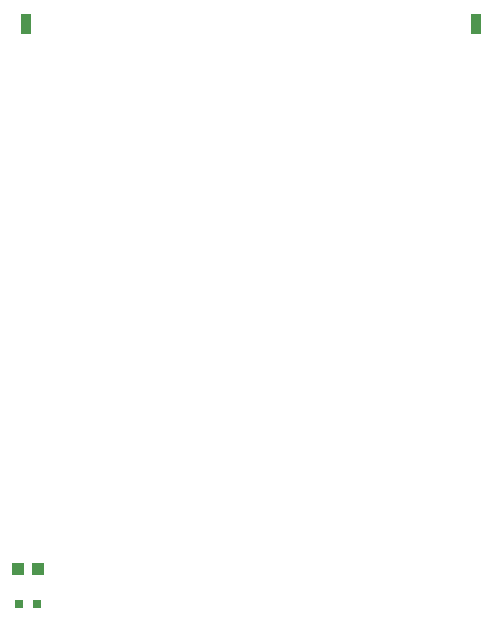
<source format=gtp>
G75*
%MOIN*%
%OFA0B0*%
%FSLAX25Y25*%
%IPPOS*%
%LPD*%
%AMOC8*
5,1,8,0,0,1.08239X$1,22.5*
%
%ADD10R,0.03200X0.06600*%
%ADD11R,0.03150X0.03150*%
%ADD12R,0.03937X0.04331*%
D10*
X0214869Y0311000D03*
X0364869Y0311000D03*
D11*
X0212330Y0117673D03*
X0218235Y0117673D03*
D12*
X0218629Y0129484D03*
X0211936Y0129484D03*
M02*

</source>
